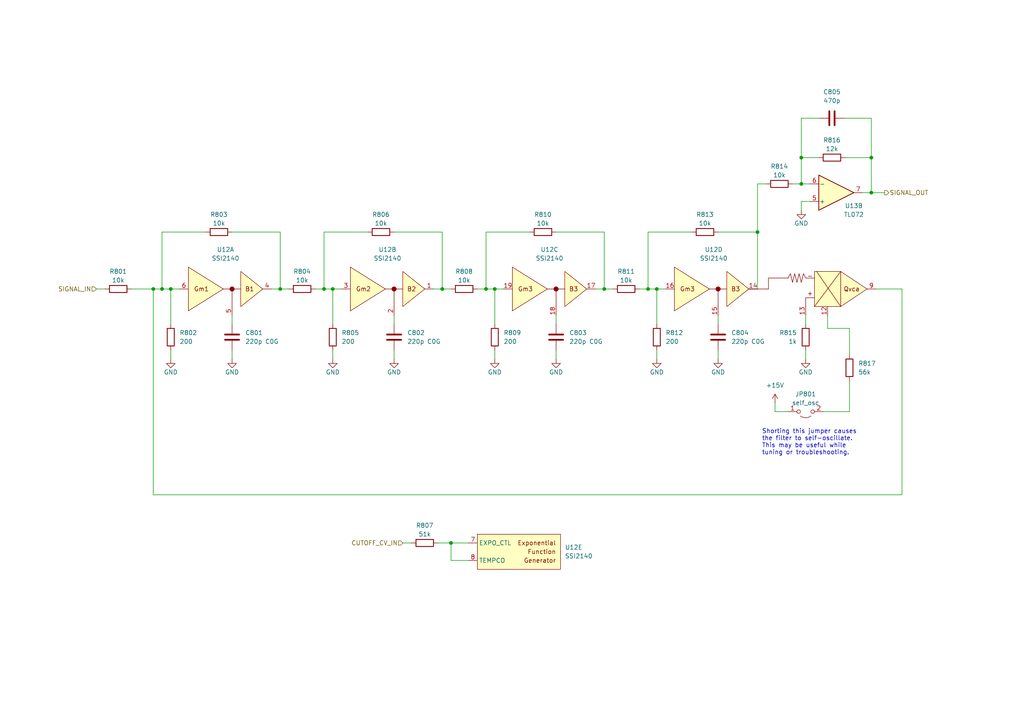
<source format=kicad_sch>
(kicad_sch (version 20230121) (generator eeschema)
  (paper "A4")
  (title_block (title "Josh Ox Ribbon Synth VCF/VCA/BBD board") (date "2023-01-07") (rev "1.0") (comment 1 "creativecommons.org/licenses/by/4.0/") (comment 2 "License: CC by 4.0") (comment 3 "Author: Jordan Aceto"))
  (lib_symbols
    (symbol "Amplifier_Operational:TL072" (pin_names (offset 0.127))
      (property "Reference" "U" (at 0 5.08 0))
      (property "Value" "TL072" (at 0 -5.08 0))
      (symbol "TL072_1_1"
        (polyline (pts (xy -5.08 5.08) (xy 5.08 0) (xy -5.08 -5.08) (xy -5.08 5.08)) (stroke (width 0.254)) (fill (type background)))
        (pin output line (at 7.62 0 180) (length 2.54) (name "~") (number "1"))
        (pin input line (at -7.62 -2.54 0) (length 2.54) (name "-") (number "2"))
        (pin input line (at -7.62 2.54 0) (length 2.54) (name "+") (number "3"))
      )
      (symbol "TL072_2_1"
        (polyline (pts (xy -5.08 5.08) (xy 5.08 0) (xy -5.08 -5.08) (xy -5.08 5.08)) (stroke (width 0.254)) (fill (type background)))
        (pin input line (at -7.62 2.54 0) (length 2.54) (name "+") (number "5"))
        (pin input line (at -7.62 -2.54 0) (length 2.54) (name "-") (number "6"))
        (pin output line (at 7.62 0 180) (length 2.54) (name "~") (number "7"))
      )
      (symbol "TL072_3_1"
        (pin power_in line (at -2.54 -7.62 90) (length 3.81) (name "V-") (number "4"))
        (pin power_in line (at -2.54 7.62 270) (length 3.81) (name "V+") (number "8"))
      )
    )
    (symbol "Device:C" (pin_numbers hide) (pin_names (offset 0.254))
      (property "Reference" "C" (at 0.635 2.54 0))
      (property "Value" "C" (at 0.635 -2.54 0))
      (symbol "C_0_1"
        (polyline (pts (xy -2.032 -0.762) (xy 2.032 -0.762)) (stroke (width 0.508)))
        (polyline (pts (xy -2.032 0.762) (xy 2.032 0.762)) (stroke (width 0.508)))
      )
      (symbol "C_1_1"
        (pin passive line (at 0 3.81 270) (length 2.794) (name "~") (number "1"))
        (pin passive line (at 0 -3.81 90) (length 2.794) (name "~") (number "2"))
      )
    )
    (symbol "Device:R" (pin_numbers hide) (pin_names (offset 0))
      (property "Reference" "R" (at 2.032 0 90))
      (property "Value" "R" (at 0 0 90))
      (symbol "R_0_1"
        (rectangle (start -1.016 -2.54) (end 1.016 2.54) (stroke (width 0.254)))
      )
      (symbol "R_1_1"
        (pin passive line (at 0 3.81 270) (length 1.27) (name "~") (number "1"))
        (pin passive line (at 0 -3.81 90) (length 1.27) (name "~") (number "2"))
      )
    )
    (symbol "Jumper:Jumper_2_Open" (pin_names (offset 0) hide)
      (property "Reference" "JP" (at 0 2.794 0))
      (property "Value" "Jumper_2_Open" (at 0 -2.286 0))
      (symbol "Jumper_2_Open_0_0"
        (circle (center -2.032 0) (radius 0.508))
        (circle (center 2.032 0) (radius 0.508))
      )
      (symbol "Jumper_2_Open_0_1"
        (arc (start 1.524 1.27) (mid 0 1.778) (end -1.524 1.27))
      )
      (symbol "Jumper_2_Open_1_1"
        (pin passive line (at -5.08 0 0) (length 2.54) (name "A") (number "1"))
        (pin passive line (at 5.08 0 180) (length 2.54) (name "B") (number "2"))
      )
    )
    (symbol "custom_symbols:SSI2140"
      (property "Reference" "U?" (at -1.905 11.43 0))
      (property "Value" "SSI2140" (at -1.905 8.89 0))
      (symbol "SSI2140_1_0"
        (polyline (pts (xy 0 0) (xy -2.54 0)))
        (polyline (pts (xy 0 -5.08) (xy 0 0) (xy 2.54 0)))
        (polyline (pts (xy -2.54 0) (xy -12.7 6.35) (xy -12.7 -6.35) (xy -2.54 0)) (fill (type background)))
        (text "B1" (at 5.08 0 0) (effects (font (size 1.27 1.27))))
        (text "Gm1" (at -8.89 0 0) (effects (font (size 1.27 1.27))))
      )
      (symbol "SSI2140_1_1"
        (polyline (pts (xy 8.89 0) (xy 2.54 5.08) (xy 2.54 -5.08) (xy 8.89 0)) (fill (type background)))
        (circle (center 0 0) (radius 0.635) (fill (type outline)))
        (pin output line (at 11.43 0 180) (length 2.54) (name "") (number "4"))
        (pin input line (at 0 -7.62 90) (length 2.54) (name "") (number "5"))
        (pin input line (at -15.24 0 0) (length 2.54) (name "") (number "6"))
      )
      (symbol "SSI2140_2_0"
        (polyline (pts (xy 0 0) (xy -2.54 0)))
        (polyline (pts (xy 0 -5.08) (xy 0 0) (xy 2.54 0)))
        (polyline (pts (xy -2.54 0) (xy -12.7 6.35) (xy -12.7 -6.35) (xy -2.54 0)) (fill (type background)))
        (text "B2" (at 5.08 0 0) (effects (font (size 1.27 1.27))))
        (text "Gm2" (at -8.89 0 0) (effects (font (size 1.27 1.27))))
      )
      (symbol "SSI2140_2_1"
        (polyline (pts (xy 8.89 0) (xy 2.54 5.08) (xy 2.54 -5.08) (xy 8.89 0)) (fill (type background)))
        (circle (center 0 0) (radius 0.635) (fill (type outline)))
        (pin output line (at 11.43 0 180) (length 2.54) (name "") (number "1"))
        (pin input line (at 0 -7.62 90) (length 2.54) (name "") (number "2"))
        (pin input line (at -15.24 0 0) (length 2.54) (name "") (number "3"))
      )
      (symbol "SSI2140_3_0"
        (polyline (pts (xy 0 0) (xy -2.54 0)))
        (polyline (pts (xy 0 -5.08) (xy 0 0) (xy 2.54 0)))
        (polyline (pts (xy -2.54 0) (xy -12.7 6.35) (xy -12.7 -6.35) (xy -2.54 0)) (fill (type background)))
        (text "B3" (at 5.08 0 0) (effects (font (size 1.27 1.27))))
        (text "Gm3" (at -8.89 0 0) (effects (font (size 1.27 1.27))))
      )
      (symbol "SSI2140_3_1"
        (polyline (pts (xy 8.89 0) (xy 2.54 5.08) (xy 2.54 -5.08) (xy 8.89 0)) (fill (type background)))
        (circle (center 0 0) (radius 0.635) (fill (type outline)))
        (pin output line (at 11.43 0 180) (length 2.54) (name "") (number "17"))
        (pin input line (at 0 -7.62 90) (length 2.54) (name "") (number "18"))
        (pin input line (at -15.24 0 0) (length 2.54) (name "") (number "19"))
      )
      (symbol "SSI2140_4_0"
        (polyline (pts (xy 0 0) (xy -2.54 0)))
        (polyline (pts (xy 27.94 -5.08) (xy 35.56 5.08)))
        (polyline (pts (xy 35.56 -5.08) (xy 28.575 5.08)))
        (polyline (pts (xy 0 -5.08) (xy 0 0) (xy 2.54 0)))
        (polyline (pts (xy 11.43 0) (xy 11.43 0) (xy 8.89 0)))
        (polyline (pts (xy 20.32 3.175) (xy 14.605 3.175) (xy 14.605 0)))
        (polyline (pts (xy 25.4 -5.08) (xy 25.4 -2.54) (xy 27.94 -2.54)))
        (polyline (pts (xy -2.54 0) (xy -12.7 6.35) (xy -12.7 -6.35) (xy -2.54 0)) (fill (type background)))
        (polyline (pts (xy 35.56 5.08) (xy 27.94 5.08) (xy 27.94 -5.08) (xy 35.56 -5.08)) (fill (type background)))
        (polyline (pts (xy 43.18 0) (xy 35.56 5.08) (xy 35.56 -5.08) (xy 43.18 0)) (fill (type background)))
        (polyline (pts (xy 20.32 3.175) (xy 20.955 4.445) (xy 21.59 1.905) (xy 22.225 4.445) (xy 22.86 1.905) (xy 23.495 4.445) (xy 24.13 1.905) (xy 24.765 4.445) (xy 25.4 3.175) (xy 27.94 3.175)))
        (text "+" (at 26.67 -1.27 0) (effects (font (size 1.27 1.27))))
        (text "-" (at 26.67 3.81 0) (effects (font (size 1.27 1.27))))
        (text "B3" (at 5.08 0 0) (effects (font (size 1.27 1.27))))
        (text "Gm3" (at -8.89 0 0) (effects (font (size 1.27 1.27))))
        (text "Qvca" (at 38.735 0 0) (effects (font (size 1.27 1.27))))
      )
      (symbol "SSI2140_4_1"
        (polyline (pts (xy 11.43 0) (xy 14.605 0)))
        (polyline (pts (xy 8.89 0) (xy 2.54 5.08) (xy 2.54 -5.08) (xy 8.89 0)) (fill (type background)))
        (circle (center 0 0) (radius 0.635) (fill (type outline)))
        (pin input line (at 31.75 -7.62 90) (length 2.54) (name "") (number "12"))
        (pin input line (at 25.4 -7.62 90) (length 2.54) (name "") (number "13"))
        (pin output line (at 11.43 0 180) (length 2.54) (name "") (number "14"))
        (pin input line (at 0 -7.62 90) (length 2.54) (name "") (number "15"))
        (pin input line (at -15.24 0 0) (length 2.54) (name "") (number "16"))
        (pin output line (at 45.72 0 180) (length 2.54) (name "") (number "9"))
      )
      (symbol "SSI2140_5_0"
        (text "Exponential" (at -10.16 2.54 0) (effects (font (size 1.27 1.27)) (justify left)))
        (text "Function" (at -10.16 0 0) (effects (font (size 1.27 1.27)) (justify left)))
        (text "Generator" (at -10.16 -2.54 0) (effects (font (size 1.27 1.27)) (justify left)))
      )
      (symbol "SSI2140_5_1"
        (rectangle (start -11.43 5.08) (end 12.7 -5.08) (fill (type background)))
        (pin input line (at 15.24 2.54 180) (length 2.54) (name "EXPO_CTL") (number "7"))
        (pin input line (at 15.24 -2.54 180) (length 2.54) (name "TEMPCO") (number "8"))
      )
      (symbol "SSI2140_6_0"
        (rectangle (start -3.81 6.35) (end 3.81 -11.43) (fill (type background)))
      )
      (symbol "SSI2140_6_1"
        (pin power_in line (at 6.35 -2.54 180) (length 2.54) (name "GND") (number "10"))
        (pin power_in line (at 6.35 -8.89 180) (length 2.54) (name "V-") (number "11"))
        (pin power_in line (at 6.35 3.81 180) (length 2.54) (name "V+") (number "20"))
      )
    )
    (symbol "power:+15V" (power) (pin_names (offset 0))
      (property "Value" "+15V" (at 0 3.556 0))
      (symbol "+15V_0_1"
        (polyline (pts (xy -0.762 1.27) (xy 0 2.54)))
        (polyline (pts (xy 0 0) (xy 0 2.54)))
        (polyline (pts (xy 0 2.54) (xy 0.762 1.27)))
      )
      (symbol "+15V_1_1"
        (pin power_in line (at 0 0 90) (length 0) hide (name "+15V") (number "1"))
      )
    )
    (symbol "power:GND" (power) (pin_names (offset 0))
      (property "Value" "GND" (at 0 -3.81 0))
      (symbol "GND_0_1"
        (polyline (pts (xy 0 0) (xy 0 -1.27) (xy 1.27 -1.27) (xy 0 -2.54) (xy -1.27 -1.27) (xy 0 -1.27)))
      )
      (symbol "GND_1_1"
        (pin power_in line (at 0 0 270) (length 0) hide (name "GND") (number "1"))
      )
    )
  )
  (junction (at 46.99 83.82))
  (junction (at 130.81 157.48))
  (junction (at 81.28 83.82))
  (junction (at 49.53 83.82))
  (junction (at 252.73 55.88))
  (junction (at 93.98 83.82))
  (junction (at 232.41 53.34))
  (junction (at 128.27 83.82))
  (junction (at 96.52 83.82))
  (junction (at 252.73 45.72))
  (junction (at 143.51 83.82))
  (junction (at 44.45 83.82))
  (junction (at 187.96 83.82))
  (junction (at 232.41 45.72))
  (junction (at 219.71 67.31))
  (junction (at 140.97 83.82))
  (junction (at 190.5 83.82))
  (junction (at 175.26 83.82))
  (wire (pts (xy 44.45 143.51) (xy 261.62 143.51)))
  (wire (pts (xy 232.41 53.34) (xy 234.95 53.34)))
  (wire (pts (xy 46.99 67.31) (xy 59.69 67.31)))
  (wire (pts (xy 135.89 162.56) (xy 130.81 162.56)))
  (wire (pts (xy 246.38 95.25) (xy 246.38 102.87)))
  (wire (pts (xy 222.25 53.34) (xy 219.71 53.34)))
  (wire (pts (xy 261.62 143.51) (xy 261.62 83.82)))
  (wire (pts (xy 232.41 58.42) (xy 234.95 58.42)))
  (wire (pts (xy 233.68 91.44) (xy 233.68 93.98)))
  (wire (pts (xy 44.45 83.82) (xy 44.45 143.51)))
  (wire (pts (xy 250.19 55.88) (xy 252.73 55.88)))
  (wire (pts (xy 130.81 157.48) (xy 135.89 157.48)))
  (wire (pts (xy 224.79 116.84) (xy 224.79 119.38)))
  (wire (pts (xy 219.71 53.34) (xy 219.71 67.31)))
  (wire (pts (xy 96.52 83.82) (xy 96.52 93.98)))
  (wire (pts (xy 93.98 83.82) (xy 96.52 83.82)))
  (wire (pts (xy 232.41 45.72) (xy 237.49 45.72)))
  (wire (pts (xy 190.5 83.82) (xy 190.5 93.98)))
  (wire (pts (xy 232.41 58.42) (xy 232.41 60.96)))
  (wire (pts (xy 252.73 34.29) (xy 252.73 45.72)))
  (wire (pts (xy 49.53 83.82) (xy 49.53 93.98)))
  (wire (pts (xy 185.42 83.82) (xy 187.96 83.82)))
  (wire (pts (xy 127 157.48) (xy 130.81 157.48)))
  (wire (pts (xy 81.28 83.82) (xy 81.28 67.31)))
  (wire (pts (xy 49.53 83.82) (xy 52.07 83.82)))
  (wire (pts (xy 232.41 34.29) (xy 232.41 45.72)))
  (wire (pts (xy 219.71 67.31) (xy 219.71 83.82)))
  (wire (pts (xy 67.31 91.44) (xy 67.31 93.98)))
  (wire (pts (xy 49.53 101.6) (xy 49.53 104.14)))
  (wire (pts (xy 229.87 53.34) (xy 232.41 53.34)))
  (wire (pts (xy 27.94 83.82) (xy 30.48 83.82)))
  (wire (pts (xy 256.54 55.88) (xy 252.73 55.88)))
  (wire (pts (xy 130.81 162.56) (xy 130.81 157.48)))
  (wire (pts (xy 78.74 83.82) (xy 81.28 83.82)))
  (wire (pts (xy 81.28 67.31) (xy 67.31 67.31)))
  (wire (pts (xy 175.26 83.82) (xy 175.26 67.31)))
  (wire (pts (xy 96.52 83.82) (xy 99.06 83.82)))
  (wire (pts (xy 128.27 67.31) (xy 114.3 67.31)))
  (wire (pts (xy 91.44 83.82) (xy 93.98 83.82)))
  (wire (pts (xy 175.26 83.82) (xy 177.8 83.82)))
  (wire (pts (xy 175.26 67.31) (xy 161.29 67.31)))
  (wire (pts (xy 125.73 83.82) (xy 128.27 83.82)))
  (wire (pts (xy 81.28 83.82) (xy 83.82 83.82)))
  (wire (pts (xy 187.96 83.82) (xy 190.5 83.82)))
  (wire (pts (xy 208.28 91.44) (xy 208.28 93.98)))
  (wire (pts (xy 116.84 157.48) (xy 119.38 157.48)))
  (wire (pts (xy 161.29 91.44) (xy 161.29 93.98)))
  (wire (pts (xy 128.27 83.82) (xy 130.81 83.82)))
  (wire (pts (xy 46.99 67.31) (xy 46.99 83.82)))
  (wire (pts (xy 96.52 101.6) (xy 96.52 104.14)))
  (wire (pts (xy 161.29 101.6) (xy 161.29 104.14)))
  (wire (pts (xy 219.71 67.31) (xy 208.28 67.31)))
  (wire (pts (xy 128.27 83.82) (xy 128.27 67.31)))
  (wire (pts (xy 232.41 53.34) (xy 232.41 45.72)))
  (wire (pts (xy 140.97 67.31) (xy 153.67 67.31)))
  (wire (pts (xy 233.68 101.6) (xy 233.68 104.14)))
  (wire (pts (xy 224.79 119.38) (xy 228.6 119.38)))
  (wire (pts (xy 140.97 67.31) (xy 140.97 83.82)))
  (wire (pts (xy 143.51 83.82) (xy 143.51 93.98)))
  (wire (pts (xy 187.96 67.31) (xy 187.96 83.82)))
  (wire (pts (xy 140.97 83.82) (xy 143.51 83.82)))
  (wire (pts (xy 143.51 101.6) (xy 143.51 104.14)))
  (wire (pts (xy 114.3 91.44) (xy 114.3 93.98)))
  (wire (pts (xy 240.03 95.25) (xy 240.03 91.44)))
  (wire (pts (xy 93.98 67.31) (xy 106.68 67.31)))
  (wire (pts (xy 208.28 101.6) (xy 208.28 104.14)))
  (wire (pts (xy 143.51 83.82) (xy 146.05 83.82)))
  (wire (pts (xy 93.98 67.31) (xy 93.98 83.82)))
  (wire (pts (xy 38.1 83.82) (xy 44.45 83.82)))
  (wire (pts (xy 190.5 101.6) (xy 190.5 104.14)))
  (wire (pts (xy 44.45 83.82) (xy 46.99 83.82)))
  (wire (pts (xy 245.11 34.29) (xy 252.73 34.29)))
  (wire (pts (xy 238.76 119.38) (xy 246.38 119.38)))
  (wire (pts (xy 246.38 110.49) (xy 246.38 119.38)))
  (wire (pts (xy 252.73 45.72) (xy 252.73 55.88)))
  (wire (pts (xy 252.73 45.72) (xy 245.11 45.72)))
  (wire (pts (xy 246.38 95.25) (xy 240.03 95.25)))
  (wire (pts (xy 138.43 83.82) (xy 140.97 83.82)))
  (wire (pts (xy 172.72 83.82) (xy 175.26 83.82)))
  (wire (pts (xy 190.5 83.82) (xy 193.04 83.82)))
  (wire (pts (xy 114.3 101.6) (xy 114.3 104.14)))
  (wire (pts (xy 237.49 34.29) (xy 232.41 34.29)))
  (wire (pts (xy 67.31 101.6) (xy 67.31 104.14)))
  (wire (pts (xy 261.62 83.82) (xy 254 83.82)))
  (wire (pts (xy 187.96 67.31) (xy 200.66 67.31)))
  (wire (pts (xy 46.99 83.82) (xy 49.53 83.82)))
  (text "Shorting this jumper causes\nthe filter to self-oscillate.\nThis may be useful while \ntuning or troubleshooting." (at 220.98 132.08 0) (effects (font (size 1.27 1.27)) (justify left bottom)))
  (hierarchical_label "SIGNAL_IN" (shape input) (at 27.94 83.82 180))
  (hierarchical_label "SIGNAL_OUT" (shape output) (at 256.54 55.88 0))
  (hierarchical_label "CUTOFF_CV_IN" (shape input) (at 116.84 157.48 180))
  (symbol (lib_id "power:GND") (at 208.28 104.14 0) (unit 1)
    (property "Reference" "#PWR0808" (effects hide))
    (property "Value" "GND" (at 208.28 107.95 0))
    (instances (project "VCF_VCA_BBD_board" (path "" (reference "#PWR0808") (unit 1)) (path "" (reference "#PWR01008") (unit 1))))
  )
  (symbol (lib_id "Jumper:Jumper_2_Open") (at 233.68 119.38 0) (mirror x) (unit 1)
    (property "Reference" "JP801" (at 233.68 114.3 0))
    (property "Value" "self_osc" (at 233.68 116.84 0))
    (property "Footprint" "Connector_PinHeader_2.54mm:PinHeader_1x02_P2.54mm_Vertical" (effects hide))
    (instances (project "VCF_VCA_BBD_board" (path "" (reference "JP801") (unit 1)) (path "" (reference "JP1001") (unit 1))))
  )
  (symbol (lib_id "Device:R") (at 49.53 97.79 0) (mirror y) (unit 1)
    (property "Reference" "R802" (at 52.07 96.5199 0) (effects (justify right)))
    (property "Value" "200" (at 52.07 99.0599 0) (effects (justify right)))
    (property "Footprint" "Resistor_SMD:R_0805_2012Metric" (effects hide))
    (instances (project "VCF_VCA_BBD_board" (path "" (reference "R802") (unit 1)) (path "" (reference "R1002") (unit 1))))
  )
  (symbol (lib_id "custom_symbols:SSI2140") (at 208.28 83.82 0) (unit 4)
    (property "Reference" "U12" (at 207.01 72.39 0))
    (property "Value" "SSI2140" (at 207.01 74.93 0))
    (property "Footprint" "Package_SO:TSSOP-20_4.4x6.5mm_P0.65mm" (effects hide))
    (instances (project "VCF_VCA_BBD_board" (path "" (reference "U12") (unit 4)) (path "" (reference "U16") (unit 4))))
  )
  (symbol (lib_id "Device:R") (at 123.19 157.48 90) (unit 1)
    (property "Reference" "R807" (at 123.19 152.4 90))
    (property "Value" "51k" (at 123.19 154.94 90))
    (property "Footprint" "Resistor_SMD:R_0805_2012Metric" (effects hide))
    (instances (project "VCF_VCA_BBD_board" (path "" (reference "R807") (unit 1)) (path "" (reference "R1007") (unit 1))))
  )
  (symbol (lib_id "Device:R") (at 34.29 83.82 90) (unit 1)
    (property "Reference" "R801" (at 34.29 78.74 90))
    (property "Value" "10k" (at 34.29 81.28 90))
    (property "Footprint" "Resistor_SMD:R_0805_2012Metric" (effects hide))
    (instances (project "VCF_VCA_BBD_board" (path "" (reference "R801") (unit 1)) (path "" (reference "R1001") (unit 1))))
  )
  (symbol (lib_id "Device:R") (at 190.5 97.79 0) (unit 1)
    (property "Reference" "R812" (at 193.04 96.5199 0) (effects (justify left)))
    (property "Value" "200" (at 193.04 99.0599 0) (effects (justify left)))
    (property "Footprint" "Resistor_SMD:R_0805_2012Metric" (effects hide))
    (instances (project "VCF_VCA_BBD_board" (path "" (reference "R812") (unit 1)) (path "" (reference "R1012") (unit 1))))
  )
  (symbol (lib_id "power:GND") (at 96.52 104.14 0) (unit 1)
    (property "Reference" "#PWR0803" (effects hide))
    (property "Value" "GND" (at 96.52 107.95 0))
    (instances (project "VCF_VCA_BBD_board" (path "" (reference "#PWR0803") (unit 1)) (path "" (reference "#PWR01003") (unit 1))))
  )
  (symbol (lib_id "custom_symbols:SSI2140") (at 67.31 83.82 0) (unit 1)
    (property "Reference" "U12" (at 65.405 72.39 0))
    (property "Value" "SSI2140" (at 65.405 74.93 0))
    (property "Footprint" "Package_SO:TSSOP-20_4.4x6.5mm_P0.65mm" (effects hide))
    (instances (project "VCF_VCA_BBD_board" (path "" (reference "U12") (unit 1)) (path "" (reference "U16") (unit 1))))
  )
  (symbol (lib_id "Device:R") (at 204.47 67.31 90) (unit 1)
    (property "Reference" "R813" (at 204.47 62.23 90))
    (property "Value" "10k" (at 204.47 64.77 90))
    (property "Footprint" "Resistor_SMD:R_0805_2012Metric" (effects hide))
    (instances (project "VCF_VCA_BBD_board" (path "" (reference "R813") (unit 1)) (path "" (reference "R1013") (unit 1))))
  )
  (symbol (lib_id "power:GND") (at 233.68 104.14 0) (unit 1)
    (property "Reference" "#PWR0811" (effects hide))
    (property "Value" "GND" (at 233.68 107.95 0))
    (instances (project "VCF_VCA_BBD_board" (path "" (reference "#PWR0811") (unit 1)) (path "" (reference "#PWR01011") (unit 1))))
  )
  (symbol (lib_id "custom_symbols:SSI2140") (at 161.29 83.82 0) (unit 3)
    (property "Reference" "U12" (at 159.385 72.39 0))
    (property "Value" "SSI2140" (at 159.385 74.93 0))
    (property "Footprint" "Package_SO:TSSOP-20_4.4x6.5mm_P0.65mm" (effects hide))
    (instances (project "VCF_VCA_BBD_board" (path "" (reference "U12") (unit 3)) (path "" (reference "U16") (unit 3))))
  )
  (symbol (lib_id "Device:R") (at 233.68 97.79 0) (mirror y) (unit 1)
    (property "Reference" "R815" (at 231.14 96.5199 0) (effects (justify left)))
    (property "Value" "1k" (at 231.14 99.0599 0) (effects (justify left)))
    (property "Footprint" "Resistor_SMD:R_0805_2012Metric" (effects hide))
    (instances (project "VCF_VCA_BBD_board" (path "" (reference "R815") (unit 1)) (path "" (reference "R1015") (unit 1))))
  )
  (symbol (lib_id "power:GND") (at 190.5 104.14 0) (unit 1)
    (property "Reference" "#PWR0807" (effects hide))
    (property "Value" "GND" (at 190.5 107.95 0))
    (instances (project "VCF_VCA_BBD_board" (path "" (reference "#PWR0807") (unit 1)) (path "" (reference "#PWR01007") (unit 1))))
  )
  (symbol (lib_id "Device:R") (at 96.52 97.79 0) (unit 1)
    (property "Reference" "R805" (at 99.06 96.5199 0) (effects (justify left)))
    (property "Value" "200" (at 99.06 99.0599 0) (effects (justify left)))
    (property "Footprint" "Resistor_SMD:R_0805_2012Metric" (effects hide))
    (instances (project "VCF_VCA_BBD_board" (path "" (reference "R805") (unit 1)) (path "" (reference "R1005") (unit 1))))
  )
  (symbol (lib_id "Device:C") (at 208.28 97.79 0) (unit 1)
    (property "Reference" "C804" (at 212.09 96.5199 0) (effects (justify left)))
    (property "Value" "220p C0G" (at 212.09 99.0599 0) (effects (justify left)))
    (property "Footprint" "Capacitor_SMD:C_0805_2012Metric" (effects hide))
    (instances (project "VCF_VCA_BBD_board" (path "" (reference "C804") (unit 1)) (path "" (reference "C1004") (unit 1))))
  )
  (symbol (lib_id "power:GND") (at 161.29 104.14 0) (unit 1)
    (property "Reference" "#PWR0806" (effects hide))
    (property "Value" "GND" (at 161.29 107.95 0))
    (instances (project "VCF_VCA_BBD_board" (path "" (reference "#PWR0806") (unit 1)) (path "" (reference "#PWR01006") (unit 1))))
  )
  (symbol (lib_id "Device:R") (at 110.49 67.31 90) (unit 1)
    (property "Reference" "R806" (at 110.49 62.23 90))
    (property "Value" "10k" (at 110.49 64.77 90))
    (property "Footprint" "Resistor_SMD:R_0805_2012Metric" (effects hide))
    (instances (project "VCF_VCA_BBD_board" (path "" (reference "R806") (unit 1)) (path "" (reference "R1006") (unit 1))))
  )
  (symbol (lib_id "power:+15V") (at 224.79 116.84 0) (unit 1)
    (property "Reference" "#PWR0809" (effects hide))
    (property "Value" "+15V" (at 224.79 111.76 0))
    (instances (project "VCF_VCA_BBD_board" (path "" (reference "#PWR0809") (unit 1)) (path "" (reference "#PWR01009") (unit 1))))
  )
  (symbol (lib_id "Device:C") (at 161.29 97.79 0) (unit 1)
    (property "Reference" "C803" (at 165.1 96.5199 0) (effects (justify left)))
    (property "Value" "220p C0G" (at 165.1 99.0599 0) (effects (justify left)))
    (property "Footprint" "Capacitor_SMD:C_0805_2012Metric" (effects hide))
    (instances (project "VCF_VCA_BBD_board" (path "" (reference "C803") (unit 1)) (path "" (reference "C1003") (unit 1))))
  )
  (symbol (lib_id "Device:R") (at 134.62 83.82 90) (unit 1)
    (property "Reference" "R808" (at 134.62 78.74 90))
    (property "Value" "10k" (at 134.62 81.28 90))
    (property "Footprint" "Resistor_SMD:R_0805_2012Metric" (effects hide))
    (instances (project "VCF_VCA_BBD_board" (path "" (reference "R808") (unit 1)) (path "" (reference "R1008") (unit 1))))
  )
  (symbol (lib_id "Device:R") (at 181.61 83.82 90) (unit 1)
    (property "Reference" "R811" (at 181.61 78.74 90))
    (property "Value" "10k" (at 181.61 81.28 90))
    (property "Footprint" "Resistor_SMD:R_0805_2012Metric" (effects hide))
    (instances (project "VCF_VCA_BBD_board" (path "" (reference "R811") (unit 1)) (path "" (reference "R1011") (unit 1))))
  )
  (symbol (lib_id "Device:R") (at 87.63 83.82 90) (unit 1)
    (property "Reference" "R804" (at 87.63 78.74 90))
    (property "Value" "10k" (at 87.63 81.28 90))
    (property "Footprint" "Resistor_SMD:R_0805_2012Metric" (effects hide))
    (instances (project "VCF_VCA_BBD_board" (path "" (reference "R804") (unit 1)) (path "" (reference "R1004") (unit 1))))
  )
  (symbol (lib_id "power:GND") (at 232.41 60.96 0) (unit 1)
    (property "Reference" "#PWR0810" (effects hide))
    (property "Value" "GND" (at 232.41 64.77 0))
    (instances (project "VCF_VCA_BBD_board" (path "" (reference "#PWR0810") (unit 1)) (path "" (reference "#PWR01010") (unit 1))))
  )
  (symbol (lib_id "Device:R") (at 63.5 67.31 90) (unit 1)
    (property "Reference" "R803" (at 63.5 62.23 90))
    (property "Value" "10k" (at 63.5 64.77 90))
    (property "Footprint" "Resistor_SMD:R_0805_2012Metric" (effects hide))
    (instances (project "VCF_VCA_BBD_board" (path "" (reference "R803") (unit 1)) (path "" (reference "R1003") (unit 1))))
  )
  (symbol (lib_id "power:GND") (at 67.31 104.14 0) (unit 1)
    (property "Reference" "#PWR0802" (effects hide))
    (property "Value" "GND" (at 67.31 107.95 0))
    (instances (project "VCF_VCA_BBD_board" (path "" (reference "#PWR0802") (unit 1)) (path "" (reference "#PWR01002") (unit 1))))
  )
  (symbol (lib_id "Amplifier_Operational:TL072") (at 242.57 55.88 0) (mirror x) (unit 2)
    (property "Reference" "U13" (at 247.65 59.69 0))
    (property "Value" "TL072" (at 247.65 62.23 0))
    (property "Footprint" "Package_SO:SOIC-8_3.9x4.9mm_P1.27mm" (effects hide))
    (property "Datasheet" "http://www.ti.com/lit/ds/symlink/tl071.pdf" (effects hide))
    (instances (project "VCF_VCA_BBD_board" (path "" (reference "U13") (unit 2)) (path "" (reference "U13") (unit 1))))
  )
  (symbol (lib_id "power:GND") (at 114.3 104.14 0) (unit 1)
    (property "Reference" "#PWR0804" (effects hide))
    (property "Value" "GND" (at 114.3 107.95 0))
    (instances (project "VCF_VCA_BBD_board" (path "" (reference "#PWR0804") (unit 1)) (path "" (reference "#PWR01004") (unit 1))))
  )
  (symbol (lib_id "Device:R") (at 241.3 45.72 90) (unit 1)
    (property "Reference" "R816" (at 241.3 40.64 90))
    (property "Value" "12k" (at 241.3 43.18 90))
    (property "Footprint" "Resistor_SMD:R_0805_2012Metric" (effects hide))
    (instances (project "VCF_VCA_BBD_board" (path "" (reference "R816") (unit 1)) (path "" (reference "R1016") (unit 1))))
  )
  (symbol (lib_id "Device:C") (at 241.3 34.29 90) (unit 1)
    (property "Reference" "C805" (at 241.3 26.67 90))
    (property "Value" "470p" (at 241.3 29.21 90))
    (property "Footprint" "Capacitor_SMD:C_0805_2012Metric" (effects hide))
    (instances (project "VCF_VCA_BBD_board" (path "" (reference "C805") (unit 1)) (path "" (reference "C1005") (unit 1))))
  )
  (symbol (lib_id "custom_symbols:SSI2140") (at 114.3 83.82 0) (unit 2)
    (property "Reference" "U12" (at 112.395 72.39 0))
    (property "Value" "SSI2140" (at 112.395 74.93 0))
    (property "Footprint" "Package_SO:TSSOP-20_4.4x6.5mm_P0.65mm" (effects hide))
    (instances (project "VCF_VCA_BBD_board" (path "" (reference "U12") (unit 2)) (path "" (reference "U16") (unit 2))))
  )
  (symbol (lib_id "custom_symbols:SSI2140") (at 151.13 160.02 0) (mirror y) (unit 5)
    (property "Reference" "U12" (at 163.83 158.7499 0) (effects (justify right)))
    (property "Value" "SSI2140" (at 163.83 161.2899 0) (effects (justify right)))
    (property "Footprint" "Package_SO:TSSOP-20_4.4x6.5mm_P0.65mm" (effects hide))
    (instances (project "VCF_VCA_BBD_board" (path "" (reference "U12") (unit 5)) (path "" (reference "U16") (unit 5))))
  )
  (symbol (lib_id "Device:R") (at 143.51 97.79 0) (unit 1)
    (property "Reference" "R809" (at 146.05 96.5199 0) (effects (justify left)))
    (property "Value" "200" (at 146.05 99.0599 0) (effects (justify left)))
    (property "Footprint" "Resistor_SMD:R_0805_2012Metric" (effects hide))
    (instances (project "VCF_VCA_BBD_board" (path "" (reference "R809") (unit 1)) (path "" (reference "R1009") (unit 1))))
  )
  (symbol (lib_id "Device:R") (at 157.48 67.31 90) (unit 1)
    (property "Reference" "R810" (at 157.48 62.23 90))
    (property "Value" "10k" (at 157.48 64.77 90))
    (property "Footprint" "Resistor_SMD:R_0805_2012Metric" (effects hide))
    (instances (project "VCF_VCA_BBD_board" (path "" (reference "R810") (unit 1)) (path "" (reference "R1010") (unit 1))))
  )
  (symbol (lib_id "Device:R") (at 246.38 106.68 0) (mirror y) (unit 1)
    (property "Reference" "R817" (at 248.92 105.4099 0) (effects (justify right)))
    (property "Value" "56k" (at 248.92 107.9499 0) (effects (justify right)))
    (property "Footprint" "Resistor_SMD:R_0805_2012Metric" (effects hide))
    (instances (project "VCF_VCA_BBD_board" (path "" (reference "R817") (unit 1)) (path "" (reference "R1017") (unit 1))))
  )
  (symbol (lib_id "power:GND") (at 49.53 104.14 0) (unit 1)
    (property "Reference" "#PWR0801" (effects hide))
    (property "Value" "GND" (at 49.53 107.95 0))
    (instances (project "VCF_VCA_BBD_board" (path "" (reference "#PWR0801") (unit 1)) (path "" (reference "#PWR01001") (unit 1))))
  )
  (symbol (lib_id "Device:C") (at 67.31 97.79 0) (unit 1)
    (property "Reference" "C801" (at 71.12 96.5199 0) (effects (justify left)))
    (property "Value" "220p C0G" (at 71.12 99.0599 0) (effects (justify left)))
    (property "Footprint" "Capacitor_SMD:C_0805_2012Metric" (effects hide))
    (instances (project "VCF_VCA_BBD_board" (path "" (reference "C801") (unit 1)) (path "" (reference "C1001") (unit 1))))
  )
  (symbol (lib_id "power:GND") (at 143.51 104.14 0) (unit 1)
    (property "Reference" "#PWR0805" (effects hide))
    (property "Value" "GND" (at 143.51 107.95 0))
    (instances (project "VCF_VCA_BBD_board" (path "" (reference "#PWR0805") (unit 1)) (path "" (reference "#PWR01005") (unit 1))))
  )
  (symbol (lib_id "Device:C") (at 114.3 97.79 0) (unit 1)
    (property "Reference" "C802" (at 118.11 96.5199 0) (effects (justify left)))
    (property "Value" "220p C0G" (at 118.11 99.0599 0) (effects (justify left)))
    (property "Footprint" "Capacitor_SMD:C_0805_2012Metric" (effects hide))
    (instances (project "VCF_VCA_BBD_board" (path "" (reference "C802") (unit 1)) (path "" (reference "C1002") (unit 1))))
  )
  (symbol (lib_id "Device:R") (at 226.06 53.34 90) (unit 1)
    (property "Reference" "R814" (at 226.06 48.26 90))
    (property "Value" "10k" (at 226.06 50.8 90))
    (property "Footprint" "Resistor_SMD:R_0805_2012Metric" (effects hide))
    (instances (project "VCF_VCA_BBD_board" (path "" (reference "R814") (unit 1)) (path "" (reference "R1014") (unit 1))))
  )
)
</source>
